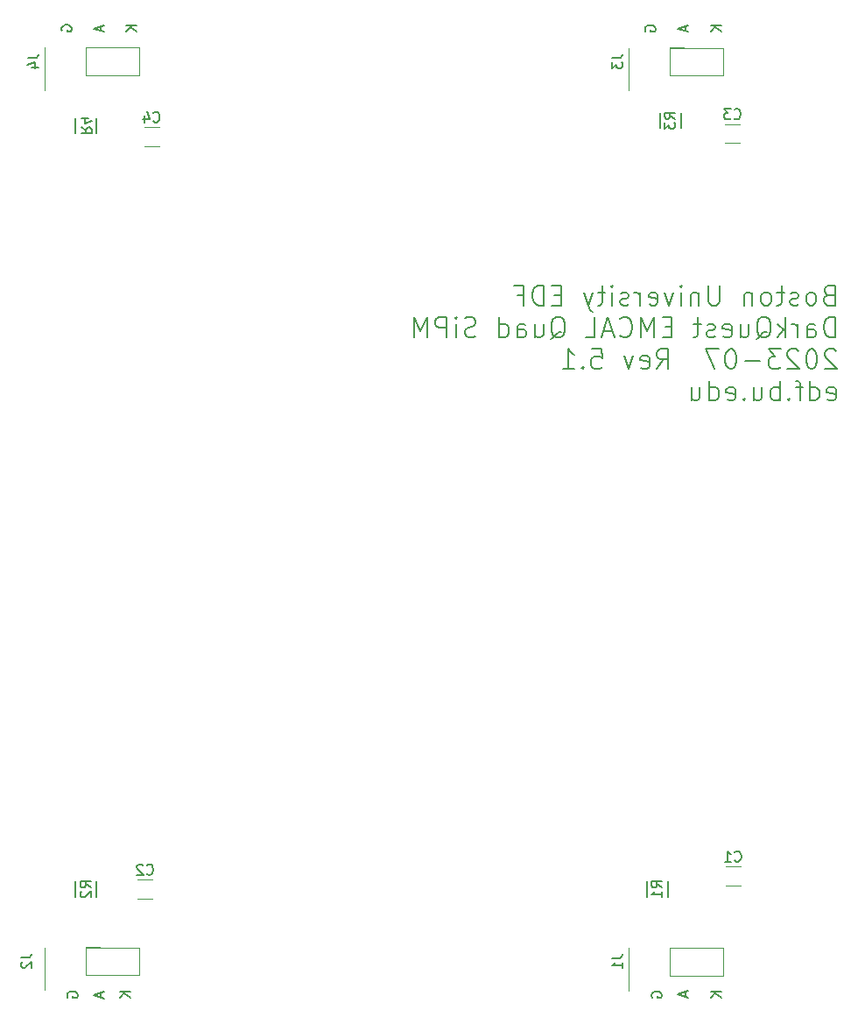
<source format=gbr>
%TF.GenerationSoftware,KiCad,Pcbnew,7.0.5-0*%
%TF.CreationDate,2023-07-05T09:30:56-04:00*%
%TF.ProjectId,quad_sipm,71756164-5f73-4697-906d-2e6b69636164,rev?*%
%TF.SameCoordinates,Original*%
%TF.FileFunction,Legend,Bot*%
%TF.FilePolarity,Positive*%
%FSLAX46Y46*%
G04 Gerber Fmt 4.6, Leading zero omitted, Abs format (unit mm)*
G04 Created by KiCad (PCBNEW 7.0.5-0) date 2023-07-05 09:30:56*
%MOMM*%
%LPD*%
G01*
G04 APERTURE LIST*
%ADD10C,0.150000*%
%ADD11C,0.203200*%
%ADD12C,0.120000*%
%ADD13C,0.152400*%
G04 APERTURE END LIST*
D10*
X124597438Y-53601904D02*
X124549819Y-53506666D01*
X124549819Y-53506666D02*
X124549819Y-53363809D01*
X124549819Y-53363809D02*
X124597438Y-53220952D01*
X124597438Y-53220952D02*
X124692676Y-53125714D01*
X124692676Y-53125714D02*
X124787914Y-53078095D01*
X124787914Y-53078095D02*
X124978390Y-53030476D01*
X124978390Y-53030476D02*
X125121247Y-53030476D01*
X125121247Y-53030476D02*
X125311723Y-53078095D01*
X125311723Y-53078095D02*
X125406961Y-53125714D01*
X125406961Y-53125714D02*
X125502200Y-53220952D01*
X125502200Y-53220952D02*
X125549819Y-53363809D01*
X125549819Y-53363809D02*
X125549819Y-53459047D01*
X125549819Y-53459047D02*
X125502200Y-53601904D01*
X125502200Y-53601904D02*
X125454580Y-53649523D01*
X125454580Y-53649523D02*
X125121247Y-53649523D01*
X125121247Y-53649523D02*
X125121247Y-53459047D01*
X131899819Y-53078095D02*
X130899819Y-53078095D01*
X131899819Y-53649523D02*
X131328390Y-53220952D01*
X130899819Y-53649523D02*
X131471247Y-53078095D01*
X128439104Y-53101905D02*
X128439104Y-53578095D01*
X128724819Y-53006667D02*
X127724819Y-53340000D01*
X127724819Y-53340000D02*
X128724819Y-53673333D01*
X68717438Y-146983220D02*
X68669819Y-146887982D01*
X68669819Y-146887982D02*
X68669819Y-146745125D01*
X68669819Y-146745125D02*
X68717438Y-146602268D01*
X68717438Y-146602268D02*
X68812676Y-146507030D01*
X68812676Y-146507030D02*
X68907914Y-146459411D01*
X68907914Y-146459411D02*
X69098390Y-146411792D01*
X69098390Y-146411792D02*
X69241247Y-146411792D01*
X69241247Y-146411792D02*
X69431723Y-146459411D01*
X69431723Y-146459411D02*
X69526961Y-146507030D01*
X69526961Y-146507030D02*
X69622200Y-146602268D01*
X69622200Y-146602268D02*
X69669819Y-146745125D01*
X69669819Y-146745125D02*
X69669819Y-146840363D01*
X69669819Y-146840363D02*
X69622200Y-146983220D01*
X69622200Y-146983220D02*
X69574580Y-147030839D01*
X69574580Y-147030839D02*
X69241247Y-147030839D01*
X69241247Y-147030839D02*
X69241247Y-146840363D01*
X71924104Y-146554649D02*
X71924104Y-147030839D01*
X72209819Y-146459411D02*
X71209819Y-146792744D01*
X71209819Y-146792744D02*
X72209819Y-147126077D01*
X75384819Y-53078095D02*
X74384819Y-53078095D01*
X75384819Y-53649523D02*
X74813390Y-53220952D01*
X74384819Y-53649523D02*
X74956247Y-53078095D01*
X71924104Y-53101905D02*
X71924104Y-53578095D01*
X72209819Y-53006667D02*
X71209819Y-53340000D01*
X71209819Y-53340000D02*
X72209819Y-53673333D01*
X74749819Y-146423095D02*
X73749819Y-146423095D01*
X74749819Y-146994523D02*
X74178390Y-146565952D01*
X73749819Y-146994523D02*
X74321247Y-146423095D01*
X128439104Y-146446905D02*
X128439104Y-146923095D01*
X128724819Y-146351667D02*
X127724819Y-146685000D01*
X127724819Y-146685000D02*
X128724819Y-147018333D01*
X125232438Y-146983220D02*
X125184819Y-146887982D01*
X125184819Y-146887982D02*
X125184819Y-146745125D01*
X125184819Y-146745125D02*
X125232438Y-146602268D01*
X125232438Y-146602268D02*
X125327676Y-146507030D01*
X125327676Y-146507030D02*
X125422914Y-146459411D01*
X125422914Y-146459411D02*
X125613390Y-146411792D01*
X125613390Y-146411792D02*
X125756247Y-146411792D01*
X125756247Y-146411792D02*
X125946723Y-146459411D01*
X125946723Y-146459411D02*
X126041961Y-146507030D01*
X126041961Y-146507030D02*
X126137200Y-146602268D01*
X126137200Y-146602268D02*
X126184819Y-146745125D01*
X126184819Y-146745125D02*
X126184819Y-146840363D01*
X126184819Y-146840363D02*
X126137200Y-146983220D01*
X126137200Y-146983220D02*
X126089580Y-147030839D01*
X126089580Y-147030839D02*
X125756247Y-147030839D01*
X125756247Y-147030839D02*
X125756247Y-146840363D01*
X131899819Y-146423095D02*
X130899819Y-146423095D01*
X131899819Y-146994523D02*
X131328390Y-146565952D01*
X130899819Y-146994523D02*
X131471247Y-146423095D01*
D11*
X142287744Y-79092290D02*
X142015601Y-79183004D01*
X142015601Y-79183004D02*
X141924887Y-79273718D01*
X141924887Y-79273718D02*
X141834173Y-79455147D01*
X141834173Y-79455147D02*
X141834173Y-79727290D01*
X141834173Y-79727290D02*
X141924887Y-79908718D01*
X141924887Y-79908718D02*
X142015601Y-79999433D01*
X142015601Y-79999433D02*
X142197030Y-80090147D01*
X142197030Y-80090147D02*
X142922744Y-80090147D01*
X142922744Y-80090147D02*
X142922744Y-78185147D01*
X142922744Y-78185147D02*
X142287744Y-78185147D01*
X142287744Y-78185147D02*
X142106316Y-78275861D01*
X142106316Y-78275861D02*
X142015601Y-78366575D01*
X142015601Y-78366575D02*
X141924887Y-78548004D01*
X141924887Y-78548004D02*
X141924887Y-78729433D01*
X141924887Y-78729433D02*
X142015601Y-78910861D01*
X142015601Y-78910861D02*
X142106316Y-79001575D01*
X142106316Y-79001575D02*
X142287744Y-79092290D01*
X142287744Y-79092290D02*
X142922744Y-79092290D01*
X140745601Y-80090147D02*
X140927030Y-79999433D01*
X140927030Y-79999433D02*
X141017744Y-79908718D01*
X141017744Y-79908718D02*
X141108458Y-79727290D01*
X141108458Y-79727290D02*
X141108458Y-79183004D01*
X141108458Y-79183004D02*
X141017744Y-79001575D01*
X141017744Y-79001575D02*
X140927030Y-78910861D01*
X140927030Y-78910861D02*
X140745601Y-78820147D01*
X140745601Y-78820147D02*
X140473458Y-78820147D01*
X140473458Y-78820147D02*
X140292030Y-78910861D01*
X140292030Y-78910861D02*
X140201316Y-79001575D01*
X140201316Y-79001575D02*
X140110601Y-79183004D01*
X140110601Y-79183004D02*
X140110601Y-79727290D01*
X140110601Y-79727290D02*
X140201316Y-79908718D01*
X140201316Y-79908718D02*
X140292030Y-79999433D01*
X140292030Y-79999433D02*
X140473458Y-80090147D01*
X140473458Y-80090147D02*
X140745601Y-80090147D01*
X139384887Y-79999433D02*
X139203459Y-80090147D01*
X139203459Y-80090147D02*
X138840602Y-80090147D01*
X138840602Y-80090147D02*
X138659173Y-79999433D01*
X138659173Y-79999433D02*
X138568459Y-79818004D01*
X138568459Y-79818004D02*
X138568459Y-79727290D01*
X138568459Y-79727290D02*
X138659173Y-79545861D01*
X138659173Y-79545861D02*
X138840602Y-79455147D01*
X138840602Y-79455147D02*
X139112745Y-79455147D01*
X139112745Y-79455147D02*
X139294173Y-79364433D01*
X139294173Y-79364433D02*
X139384887Y-79183004D01*
X139384887Y-79183004D02*
X139384887Y-79092290D01*
X139384887Y-79092290D02*
X139294173Y-78910861D01*
X139294173Y-78910861D02*
X139112745Y-78820147D01*
X139112745Y-78820147D02*
X138840602Y-78820147D01*
X138840602Y-78820147D02*
X138659173Y-78910861D01*
X138024173Y-78820147D02*
X137298459Y-78820147D01*
X137752030Y-78185147D02*
X137752030Y-79818004D01*
X137752030Y-79818004D02*
X137661316Y-79999433D01*
X137661316Y-79999433D02*
X137479887Y-80090147D01*
X137479887Y-80090147D02*
X137298459Y-80090147D01*
X136391316Y-80090147D02*
X136572745Y-79999433D01*
X136572745Y-79999433D02*
X136663459Y-79908718D01*
X136663459Y-79908718D02*
X136754173Y-79727290D01*
X136754173Y-79727290D02*
X136754173Y-79183004D01*
X136754173Y-79183004D02*
X136663459Y-79001575D01*
X136663459Y-79001575D02*
X136572745Y-78910861D01*
X136572745Y-78910861D02*
X136391316Y-78820147D01*
X136391316Y-78820147D02*
X136119173Y-78820147D01*
X136119173Y-78820147D02*
X135937745Y-78910861D01*
X135937745Y-78910861D02*
X135847031Y-79001575D01*
X135847031Y-79001575D02*
X135756316Y-79183004D01*
X135756316Y-79183004D02*
X135756316Y-79727290D01*
X135756316Y-79727290D02*
X135847031Y-79908718D01*
X135847031Y-79908718D02*
X135937745Y-79999433D01*
X135937745Y-79999433D02*
X136119173Y-80090147D01*
X136119173Y-80090147D02*
X136391316Y-80090147D01*
X134939888Y-78820147D02*
X134939888Y-80090147D01*
X134939888Y-79001575D02*
X134849174Y-78910861D01*
X134849174Y-78910861D02*
X134667745Y-78820147D01*
X134667745Y-78820147D02*
X134395602Y-78820147D01*
X134395602Y-78820147D02*
X134214174Y-78910861D01*
X134214174Y-78910861D02*
X134123460Y-79092290D01*
X134123460Y-79092290D02*
X134123460Y-80090147D01*
X131764888Y-78185147D02*
X131764888Y-79727290D01*
X131764888Y-79727290D02*
X131674174Y-79908718D01*
X131674174Y-79908718D02*
X131583460Y-79999433D01*
X131583460Y-79999433D02*
X131402031Y-80090147D01*
X131402031Y-80090147D02*
X131039174Y-80090147D01*
X131039174Y-80090147D02*
X130857745Y-79999433D01*
X130857745Y-79999433D02*
X130767031Y-79908718D01*
X130767031Y-79908718D02*
X130676317Y-79727290D01*
X130676317Y-79727290D02*
X130676317Y-78185147D01*
X129769174Y-78820147D02*
X129769174Y-80090147D01*
X129769174Y-79001575D02*
X129678460Y-78910861D01*
X129678460Y-78910861D02*
X129497031Y-78820147D01*
X129497031Y-78820147D02*
X129224888Y-78820147D01*
X129224888Y-78820147D02*
X129043460Y-78910861D01*
X129043460Y-78910861D02*
X128952746Y-79092290D01*
X128952746Y-79092290D02*
X128952746Y-80090147D01*
X128045603Y-80090147D02*
X128045603Y-78820147D01*
X128045603Y-78185147D02*
X128136317Y-78275861D01*
X128136317Y-78275861D02*
X128045603Y-78366575D01*
X128045603Y-78366575D02*
X127954889Y-78275861D01*
X127954889Y-78275861D02*
X128045603Y-78185147D01*
X128045603Y-78185147D02*
X128045603Y-78366575D01*
X127319889Y-78820147D02*
X126866317Y-80090147D01*
X126866317Y-80090147D02*
X126412746Y-78820147D01*
X124961317Y-79999433D02*
X125142745Y-80090147D01*
X125142745Y-80090147D02*
X125505603Y-80090147D01*
X125505603Y-80090147D02*
X125687031Y-79999433D01*
X125687031Y-79999433D02*
X125777745Y-79818004D01*
X125777745Y-79818004D02*
X125777745Y-79092290D01*
X125777745Y-79092290D02*
X125687031Y-78910861D01*
X125687031Y-78910861D02*
X125505603Y-78820147D01*
X125505603Y-78820147D02*
X125142745Y-78820147D01*
X125142745Y-78820147D02*
X124961317Y-78910861D01*
X124961317Y-78910861D02*
X124870603Y-79092290D01*
X124870603Y-79092290D02*
X124870603Y-79273718D01*
X124870603Y-79273718D02*
X125777745Y-79455147D01*
X124054174Y-80090147D02*
X124054174Y-78820147D01*
X124054174Y-79183004D02*
X123963460Y-79001575D01*
X123963460Y-79001575D02*
X123872746Y-78910861D01*
X123872746Y-78910861D02*
X123691317Y-78820147D01*
X123691317Y-78820147D02*
X123509888Y-78820147D01*
X122965602Y-79999433D02*
X122784174Y-80090147D01*
X122784174Y-80090147D02*
X122421317Y-80090147D01*
X122421317Y-80090147D02*
X122239888Y-79999433D01*
X122239888Y-79999433D02*
X122149174Y-79818004D01*
X122149174Y-79818004D02*
X122149174Y-79727290D01*
X122149174Y-79727290D02*
X122239888Y-79545861D01*
X122239888Y-79545861D02*
X122421317Y-79455147D01*
X122421317Y-79455147D02*
X122693460Y-79455147D01*
X122693460Y-79455147D02*
X122874888Y-79364433D01*
X122874888Y-79364433D02*
X122965602Y-79183004D01*
X122965602Y-79183004D02*
X122965602Y-79092290D01*
X122965602Y-79092290D02*
X122874888Y-78910861D01*
X122874888Y-78910861D02*
X122693460Y-78820147D01*
X122693460Y-78820147D02*
X122421317Y-78820147D01*
X122421317Y-78820147D02*
X122239888Y-78910861D01*
X121332745Y-80090147D02*
X121332745Y-78820147D01*
X121332745Y-78185147D02*
X121423459Y-78275861D01*
X121423459Y-78275861D02*
X121332745Y-78366575D01*
X121332745Y-78366575D02*
X121242031Y-78275861D01*
X121242031Y-78275861D02*
X121332745Y-78185147D01*
X121332745Y-78185147D02*
X121332745Y-78366575D01*
X120697745Y-78820147D02*
X119972031Y-78820147D01*
X120425602Y-78185147D02*
X120425602Y-79818004D01*
X120425602Y-79818004D02*
X120334888Y-79999433D01*
X120334888Y-79999433D02*
X120153459Y-80090147D01*
X120153459Y-80090147D02*
X119972031Y-80090147D01*
X119518460Y-78820147D02*
X119064888Y-80090147D01*
X118611317Y-78820147D02*
X119064888Y-80090147D01*
X119064888Y-80090147D02*
X119246317Y-80543718D01*
X119246317Y-80543718D02*
X119337031Y-80634433D01*
X119337031Y-80634433D02*
X119518460Y-80725147D01*
X116434173Y-79092290D02*
X115799173Y-79092290D01*
X115527030Y-80090147D02*
X116434173Y-80090147D01*
X116434173Y-80090147D02*
X116434173Y-78185147D01*
X116434173Y-78185147D02*
X115527030Y-78185147D01*
X114710602Y-80090147D02*
X114710602Y-78185147D01*
X114710602Y-78185147D02*
X114257031Y-78185147D01*
X114257031Y-78185147D02*
X113984888Y-78275861D01*
X113984888Y-78275861D02*
X113803459Y-78457290D01*
X113803459Y-78457290D02*
X113712745Y-78638718D01*
X113712745Y-78638718D02*
X113622031Y-79001575D01*
X113622031Y-79001575D02*
X113622031Y-79273718D01*
X113622031Y-79273718D02*
X113712745Y-79636575D01*
X113712745Y-79636575D02*
X113803459Y-79818004D01*
X113803459Y-79818004D02*
X113984888Y-79999433D01*
X113984888Y-79999433D02*
X114257031Y-80090147D01*
X114257031Y-80090147D02*
X114710602Y-80090147D01*
X112170602Y-79092290D02*
X112805602Y-79092290D01*
X112805602Y-80090147D02*
X112805602Y-78185147D01*
X112805602Y-78185147D02*
X111898459Y-78185147D01*
X142922744Y-83157197D02*
X142922744Y-81252197D01*
X142922744Y-81252197D02*
X142469173Y-81252197D01*
X142469173Y-81252197D02*
X142197030Y-81342911D01*
X142197030Y-81342911D02*
X142015601Y-81524340D01*
X142015601Y-81524340D02*
X141924887Y-81705768D01*
X141924887Y-81705768D02*
X141834173Y-82068625D01*
X141834173Y-82068625D02*
X141834173Y-82340768D01*
X141834173Y-82340768D02*
X141924887Y-82703625D01*
X141924887Y-82703625D02*
X142015601Y-82885054D01*
X142015601Y-82885054D02*
X142197030Y-83066483D01*
X142197030Y-83066483D02*
X142469173Y-83157197D01*
X142469173Y-83157197D02*
X142922744Y-83157197D01*
X140201316Y-83157197D02*
X140201316Y-82159340D01*
X140201316Y-82159340D02*
X140292030Y-81977911D01*
X140292030Y-81977911D02*
X140473458Y-81887197D01*
X140473458Y-81887197D02*
X140836316Y-81887197D01*
X140836316Y-81887197D02*
X141017744Y-81977911D01*
X140201316Y-83066483D02*
X140382744Y-83157197D01*
X140382744Y-83157197D02*
X140836316Y-83157197D01*
X140836316Y-83157197D02*
X141017744Y-83066483D01*
X141017744Y-83066483D02*
X141108458Y-82885054D01*
X141108458Y-82885054D02*
X141108458Y-82703625D01*
X141108458Y-82703625D02*
X141017744Y-82522197D01*
X141017744Y-82522197D02*
X140836316Y-82431483D01*
X140836316Y-82431483D02*
X140382744Y-82431483D01*
X140382744Y-82431483D02*
X140201316Y-82340768D01*
X139294173Y-83157197D02*
X139294173Y-81887197D01*
X139294173Y-82250054D02*
X139203459Y-82068625D01*
X139203459Y-82068625D02*
X139112745Y-81977911D01*
X139112745Y-81977911D02*
X138931316Y-81887197D01*
X138931316Y-81887197D02*
X138749887Y-81887197D01*
X138114887Y-83157197D02*
X138114887Y-81252197D01*
X137933459Y-82431483D02*
X137389173Y-83157197D01*
X137389173Y-81887197D02*
X138114887Y-82612911D01*
X135302744Y-83338625D02*
X135484173Y-83247911D01*
X135484173Y-83247911D02*
X135665601Y-83066483D01*
X135665601Y-83066483D02*
X135937744Y-82794340D01*
X135937744Y-82794340D02*
X136119173Y-82703625D01*
X136119173Y-82703625D02*
X136300601Y-82703625D01*
X136209887Y-83157197D02*
X136391316Y-83066483D01*
X136391316Y-83066483D02*
X136572744Y-82885054D01*
X136572744Y-82885054D02*
X136663458Y-82522197D01*
X136663458Y-82522197D02*
X136663458Y-81887197D01*
X136663458Y-81887197D02*
X136572744Y-81524340D01*
X136572744Y-81524340D02*
X136391316Y-81342911D01*
X136391316Y-81342911D02*
X136209887Y-81252197D01*
X136209887Y-81252197D02*
X135847030Y-81252197D01*
X135847030Y-81252197D02*
X135665601Y-81342911D01*
X135665601Y-81342911D02*
X135484173Y-81524340D01*
X135484173Y-81524340D02*
X135393458Y-81887197D01*
X135393458Y-81887197D02*
X135393458Y-82522197D01*
X135393458Y-82522197D02*
X135484173Y-82885054D01*
X135484173Y-82885054D02*
X135665601Y-83066483D01*
X135665601Y-83066483D02*
X135847030Y-83157197D01*
X135847030Y-83157197D02*
X136209887Y-83157197D01*
X133760602Y-81887197D02*
X133760602Y-83157197D01*
X134577030Y-81887197D02*
X134577030Y-82885054D01*
X134577030Y-82885054D02*
X134486316Y-83066483D01*
X134486316Y-83066483D02*
X134304887Y-83157197D01*
X134304887Y-83157197D02*
X134032744Y-83157197D01*
X134032744Y-83157197D02*
X133851316Y-83066483D01*
X133851316Y-83066483D02*
X133760602Y-82975768D01*
X132127745Y-83066483D02*
X132309173Y-83157197D01*
X132309173Y-83157197D02*
X132672031Y-83157197D01*
X132672031Y-83157197D02*
X132853459Y-83066483D01*
X132853459Y-83066483D02*
X132944173Y-82885054D01*
X132944173Y-82885054D02*
X132944173Y-82159340D01*
X132944173Y-82159340D02*
X132853459Y-81977911D01*
X132853459Y-81977911D02*
X132672031Y-81887197D01*
X132672031Y-81887197D02*
X132309173Y-81887197D01*
X132309173Y-81887197D02*
X132127745Y-81977911D01*
X132127745Y-81977911D02*
X132037031Y-82159340D01*
X132037031Y-82159340D02*
X132037031Y-82340768D01*
X132037031Y-82340768D02*
X132944173Y-82522197D01*
X131311316Y-83066483D02*
X131129888Y-83157197D01*
X131129888Y-83157197D02*
X130767031Y-83157197D01*
X130767031Y-83157197D02*
X130585602Y-83066483D01*
X130585602Y-83066483D02*
X130494888Y-82885054D01*
X130494888Y-82885054D02*
X130494888Y-82794340D01*
X130494888Y-82794340D02*
X130585602Y-82612911D01*
X130585602Y-82612911D02*
X130767031Y-82522197D01*
X130767031Y-82522197D02*
X131039174Y-82522197D01*
X131039174Y-82522197D02*
X131220602Y-82431483D01*
X131220602Y-82431483D02*
X131311316Y-82250054D01*
X131311316Y-82250054D02*
X131311316Y-82159340D01*
X131311316Y-82159340D02*
X131220602Y-81977911D01*
X131220602Y-81977911D02*
X131039174Y-81887197D01*
X131039174Y-81887197D02*
X130767031Y-81887197D01*
X130767031Y-81887197D02*
X130585602Y-81977911D01*
X129950602Y-81887197D02*
X129224888Y-81887197D01*
X129678459Y-81252197D02*
X129678459Y-82885054D01*
X129678459Y-82885054D02*
X129587745Y-83066483D01*
X129587745Y-83066483D02*
X129406316Y-83157197D01*
X129406316Y-83157197D02*
X129224888Y-83157197D01*
X127138459Y-82159340D02*
X126503459Y-82159340D01*
X126231316Y-83157197D02*
X127138459Y-83157197D01*
X127138459Y-83157197D02*
X127138459Y-81252197D01*
X127138459Y-81252197D02*
X126231316Y-81252197D01*
X125414888Y-83157197D02*
X125414888Y-81252197D01*
X125414888Y-81252197D02*
X124779888Y-82612911D01*
X124779888Y-82612911D02*
X124144888Y-81252197D01*
X124144888Y-81252197D02*
X124144888Y-83157197D01*
X122149174Y-82975768D02*
X122239888Y-83066483D01*
X122239888Y-83066483D02*
X122512031Y-83157197D01*
X122512031Y-83157197D02*
X122693459Y-83157197D01*
X122693459Y-83157197D02*
X122965602Y-83066483D01*
X122965602Y-83066483D02*
X123147031Y-82885054D01*
X123147031Y-82885054D02*
X123237745Y-82703625D01*
X123237745Y-82703625D02*
X123328459Y-82340768D01*
X123328459Y-82340768D02*
X123328459Y-82068625D01*
X123328459Y-82068625D02*
X123237745Y-81705768D01*
X123237745Y-81705768D02*
X123147031Y-81524340D01*
X123147031Y-81524340D02*
X122965602Y-81342911D01*
X122965602Y-81342911D02*
X122693459Y-81252197D01*
X122693459Y-81252197D02*
X122512031Y-81252197D01*
X122512031Y-81252197D02*
X122239888Y-81342911D01*
X122239888Y-81342911D02*
X122149174Y-81433625D01*
X121423459Y-82612911D02*
X120516317Y-82612911D01*
X121604888Y-83157197D02*
X120969888Y-81252197D01*
X120969888Y-81252197D02*
X120334888Y-83157197D01*
X118792745Y-83157197D02*
X119699888Y-83157197D01*
X119699888Y-83157197D02*
X119699888Y-81252197D01*
X115436316Y-83338625D02*
X115617745Y-83247911D01*
X115617745Y-83247911D02*
X115799173Y-83066483D01*
X115799173Y-83066483D02*
X116071316Y-82794340D01*
X116071316Y-82794340D02*
X116252745Y-82703625D01*
X116252745Y-82703625D02*
X116434173Y-82703625D01*
X116343459Y-83157197D02*
X116524888Y-83066483D01*
X116524888Y-83066483D02*
X116706316Y-82885054D01*
X116706316Y-82885054D02*
X116797030Y-82522197D01*
X116797030Y-82522197D02*
X116797030Y-81887197D01*
X116797030Y-81887197D02*
X116706316Y-81524340D01*
X116706316Y-81524340D02*
X116524888Y-81342911D01*
X116524888Y-81342911D02*
X116343459Y-81252197D01*
X116343459Y-81252197D02*
X115980602Y-81252197D01*
X115980602Y-81252197D02*
X115799173Y-81342911D01*
X115799173Y-81342911D02*
X115617745Y-81524340D01*
X115617745Y-81524340D02*
X115527030Y-81887197D01*
X115527030Y-81887197D02*
X115527030Y-82522197D01*
X115527030Y-82522197D02*
X115617745Y-82885054D01*
X115617745Y-82885054D02*
X115799173Y-83066483D01*
X115799173Y-83066483D02*
X115980602Y-83157197D01*
X115980602Y-83157197D02*
X116343459Y-83157197D01*
X113894174Y-81887197D02*
X113894174Y-83157197D01*
X114710602Y-81887197D02*
X114710602Y-82885054D01*
X114710602Y-82885054D02*
X114619888Y-83066483D01*
X114619888Y-83066483D02*
X114438459Y-83157197D01*
X114438459Y-83157197D02*
X114166316Y-83157197D01*
X114166316Y-83157197D02*
X113984888Y-83066483D01*
X113984888Y-83066483D02*
X113894174Y-82975768D01*
X112170603Y-83157197D02*
X112170603Y-82159340D01*
X112170603Y-82159340D02*
X112261317Y-81977911D01*
X112261317Y-81977911D02*
X112442745Y-81887197D01*
X112442745Y-81887197D02*
X112805603Y-81887197D01*
X112805603Y-81887197D02*
X112987031Y-81977911D01*
X112170603Y-83066483D02*
X112352031Y-83157197D01*
X112352031Y-83157197D02*
X112805603Y-83157197D01*
X112805603Y-83157197D02*
X112987031Y-83066483D01*
X112987031Y-83066483D02*
X113077745Y-82885054D01*
X113077745Y-82885054D02*
X113077745Y-82703625D01*
X113077745Y-82703625D02*
X112987031Y-82522197D01*
X112987031Y-82522197D02*
X112805603Y-82431483D01*
X112805603Y-82431483D02*
X112352031Y-82431483D01*
X112352031Y-82431483D02*
X112170603Y-82340768D01*
X110447032Y-83157197D02*
X110447032Y-81252197D01*
X110447032Y-83066483D02*
X110628460Y-83157197D01*
X110628460Y-83157197D02*
X110991317Y-83157197D01*
X110991317Y-83157197D02*
X111172746Y-83066483D01*
X111172746Y-83066483D02*
X111263460Y-82975768D01*
X111263460Y-82975768D02*
X111354174Y-82794340D01*
X111354174Y-82794340D02*
X111354174Y-82250054D01*
X111354174Y-82250054D02*
X111263460Y-82068625D01*
X111263460Y-82068625D02*
X111172746Y-81977911D01*
X111172746Y-81977911D02*
X110991317Y-81887197D01*
X110991317Y-81887197D02*
X110628460Y-81887197D01*
X110628460Y-81887197D02*
X110447032Y-81977911D01*
X108179174Y-83066483D02*
X107907032Y-83157197D01*
X107907032Y-83157197D02*
X107453460Y-83157197D01*
X107453460Y-83157197D02*
X107272032Y-83066483D01*
X107272032Y-83066483D02*
X107181317Y-82975768D01*
X107181317Y-82975768D02*
X107090603Y-82794340D01*
X107090603Y-82794340D02*
X107090603Y-82612911D01*
X107090603Y-82612911D02*
X107181317Y-82431483D01*
X107181317Y-82431483D02*
X107272032Y-82340768D01*
X107272032Y-82340768D02*
X107453460Y-82250054D01*
X107453460Y-82250054D02*
X107816317Y-82159340D01*
X107816317Y-82159340D02*
X107997746Y-82068625D01*
X107997746Y-82068625D02*
X108088460Y-81977911D01*
X108088460Y-81977911D02*
X108179174Y-81796483D01*
X108179174Y-81796483D02*
X108179174Y-81615054D01*
X108179174Y-81615054D02*
X108088460Y-81433625D01*
X108088460Y-81433625D02*
X107997746Y-81342911D01*
X107997746Y-81342911D02*
X107816317Y-81252197D01*
X107816317Y-81252197D02*
X107362746Y-81252197D01*
X107362746Y-81252197D02*
X107090603Y-81342911D01*
X106274174Y-83157197D02*
X106274174Y-81887197D01*
X106274174Y-81252197D02*
X106364888Y-81342911D01*
X106364888Y-81342911D02*
X106274174Y-81433625D01*
X106274174Y-81433625D02*
X106183460Y-81342911D01*
X106183460Y-81342911D02*
X106274174Y-81252197D01*
X106274174Y-81252197D02*
X106274174Y-81433625D01*
X105367031Y-83157197D02*
X105367031Y-81252197D01*
X105367031Y-81252197D02*
X104641317Y-81252197D01*
X104641317Y-81252197D02*
X104459888Y-81342911D01*
X104459888Y-81342911D02*
X104369174Y-81433625D01*
X104369174Y-81433625D02*
X104278460Y-81615054D01*
X104278460Y-81615054D02*
X104278460Y-81887197D01*
X104278460Y-81887197D02*
X104369174Y-82068625D01*
X104369174Y-82068625D02*
X104459888Y-82159340D01*
X104459888Y-82159340D02*
X104641317Y-82250054D01*
X104641317Y-82250054D02*
X105367031Y-82250054D01*
X103462031Y-83157197D02*
X103462031Y-81252197D01*
X103462031Y-81252197D02*
X102827031Y-82612911D01*
X102827031Y-82612911D02*
X102192031Y-81252197D01*
X102192031Y-81252197D02*
X102192031Y-83157197D01*
X143013458Y-84500675D02*
X142922744Y-84409961D01*
X142922744Y-84409961D02*
X142741316Y-84319247D01*
X142741316Y-84319247D02*
X142287744Y-84319247D01*
X142287744Y-84319247D02*
X142106316Y-84409961D01*
X142106316Y-84409961D02*
X142015601Y-84500675D01*
X142015601Y-84500675D02*
X141924887Y-84682104D01*
X141924887Y-84682104D02*
X141924887Y-84863533D01*
X141924887Y-84863533D02*
X142015601Y-85135675D01*
X142015601Y-85135675D02*
X143104173Y-86224247D01*
X143104173Y-86224247D02*
X141924887Y-86224247D01*
X140745601Y-84319247D02*
X140564172Y-84319247D01*
X140564172Y-84319247D02*
X140382744Y-84409961D01*
X140382744Y-84409961D02*
X140292030Y-84500675D01*
X140292030Y-84500675D02*
X140201315Y-84682104D01*
X140201315Y-84682104D02*
X140110601Y-85044961D01*
X140110601Y-85044961D02*
X140110601Y-85498533D01*
X140110601Y-85498533D02*
X140201315Y-85861390D01*
X140201315Y-85861390D02*
X140292030Y-86042818D01*
X140292030Y-86042818D02*
X140382744Y-86133533D01*
X140382744Y-86133533D02*
X140564172Y-86224247D01*
X140564172Y-86224247D02*
X140745601Y-86224247D01*
X140745601Y-86224247D02*
X140927030Y-86133533D01*
X140927030Y-86133533D02*
X141017744Y-86042818D01*
X141017744Y-86042818D02*
X141108458Y-85861390D01*
X141108458Y-85861390D02*
X141199172Y-85498533D01*
X141199172Y-85498533D02*
X141199172Y-85044961D01*
X141199172Y-85044961D02*
X141108458Y-84682104D01*
X141108458Y-84682104D02*
X141017744Y-84500675D01*
X141017744Y-84500675D02*
X140927030Y-84409961D01*
X140927030Y-84409961D02*
X140745601Y-84319247D01*
X139384886Y-84500675D02*
X139294172Y-84409961D01*
X139294172Y-84409961D02*
X139112744Y-84319247D01*
X139112744Y-84319247D02*
X138659172Y-84319247D01*
X138659172Y-84319247D02*
X138477744Y-84409961D01*
X138477744Y-84409961D02*
X138387029Y-84500675D01*
X138387029Y-84500675D02*
X138296315Y-84682104D01*
X138296315Y-84682104D02*
X138296315Y-84863533D01*
X138296315Y-84863533D02*
X138387029Y-85135675D01*
X138387029Y-85135675D02*
X139475601Y-86224247D01*
X139475601Y-86224247D02*
X138296315Y-86224247D01*
X137661315Y-84319247D02*
X136482029Y-84319247D01*
X136482029Y-84319247D02*
X137117029Y-85044961D01*
X137117029Y-85044961D02*
X136844886Y-85044961D01*
X136844886Y-85044961D02*
X136663458Y-85135675D01*
X136663458Y-85135675D02*
X136572743Y-85226390D01*
X136572743Y-85226390D02*
X136482029Y-85407818D01*
X136482029Y-85407818D02*
X136482029Y-85861390D01*
X136482029Y-85861390D02*
X136572743Y-86042818D01*
X136572743Y-86042818D02*
X136663458Y-86133533D01*
X136663458Y-86133533D02*
X136844886Y-86224247D01*
X136844886Y-86224247D02*
X137389172Y-86224247D01*
X137389172Y-86224247D02*
X137570600Y-86133533D01*
X137570600Y-86133533D02*
X137661315Y-86042818D01*
X135665600Y-85498533D02*
X134214172Y-85498533D01*
X132944172Y-84319247D02*
X132762743Y-84319247D01*
X132762743Y-84319247D02*
X132581315Y-84409961D01*
X132581315Y-84409961D02*
X132490601Y-84500675D01*
X132490601Y-84500675D02*
X132399886Y-84682104D01*
X132399886Y-84682104D02*
X132309172Y-85044961D01*
X132309172Y-85044961D02*
X132309172Y-85498533D01*
X132309172Y-85498533D02*
X132399886Y-85861390D01*
X132399886Y-85861390D02*
X132490601Y-86042818D01*
X132490601Y-86042818D02*
X132581315Y-86133533D01*
X132581315Y-86133533D02*
X132762743Y-86224247D01*
X132762743Y-86224247D02*
X132944172Y-86224247D01*
X132944172Y-86224247D02*
X133125601Y-86133533D01*
X133125601Y-86133533D02*
X133216315Y-86042818D01*
X133216315Y-86042818D02*
X133307029Y-85861390D01*
X133307029Y-85861390D02*
X133397743Y-85498533D01*
X133397743Y-85498533D02*
X133397743Y-85044961D01*
X133397743Y-85044961D02*
X133307029Y-84682104D01*
X133307029Y-84682104D02*
X133216315Y-84500675D01*
X133216315Y-84500675D02*
X133125601Y-84409961D01*
X133125601Y-84409961D02*
X132944172Y-84319247D01*
X131674172Y-84319247D02*
X130404172Y-84319247D01*
X130404172Y-84319247D02*
X131220600Y-86224247D01*
X125687028Y-86224247D02*
X126322028Y-85317104D01*
X126775599Y-86224247D02*
X126775599Y-84319247D01*
X126775599Y-84319247D02*
X126049885Y-84319247D01*
X126049885Y-84319247D02*
X125868456Y-84409961D01*
X125868456Y-84409961D02*
X125777742Y-84500675D01*
X125777742Y-84500675D02*
X125687028Y-84682104D01*
X125687028Y-84682104D02*
X125687028Y-84954247D01*
X125687028Y-84954247D02*
X125777742Y-85135675D01*
X125777742Y-85135675D02*
X125868456Y-85226390D01*
X125868456Y-85226390D02*
X126049885Y-85317104D01*
X126049885Y-85317104D02*
X126775599Y-85317104D01*
X124144885Y-86133533D02*
X124326313Y-86224247D01*
X124326313Y-86224247D02*
X124689171Y-86224247D01*
X124689171Y-86224247D02*
X124870599Y-86133533D01*
X124870599Y-86133533D02*
X124961313Y-85952104D01*
X124961313Y-85952104D02*
X124961313Y-85226390D01*
X124961313Y-85226390D02*
X124870599Y-85044961D01*
X124870599Y-85044961D02*
X124689171Y-84954247D01*
X124689171Y-84954247D02*
X124326313Y-84954247D01*
X124326313Y-84954247D02*
X124144885Y-85044961D01*
X124144885Y-85044961D02*
X124054171Y-85226390D01*
X124054171Y-85226390D02*
X124054171Y-85407818D01*
X124054171Y-85407818D02*
X124961313Y-85589247D01*
X123419171Y-84954247D02*
X122965599Y-86224247D01*
X122965599Y-86224247D02*
X122512028Y-84954247D01*
X119427741Y-84319247D02*
X120334884Y-84319247D01*
X120334884Y-84319247D02*
X120425598Y-85226390D01*
X120425598Y-85226390D02*
X120334884Y-85135675D01*
X120334884Y-85135675D02*
X120153456Y-85044961D01*
X120153456Y-85044961D02*
X119699884Y-85044961D01*
X119699884Y-85044961D02*
X119518456Y-85135675D01*
X119518456Y-85135675D02*
X119427741Y-85226390D01*
X119427741Y-85226390D02*
X119337027Y-85407818D01*
X119337027Y-85407818D02*
X119337027Y-85861390D01*
X119337027Y-85861390D02*
X119427741Y-86042818D01*
X119427741Y-86042818D02*
X119518456Y-86133533D01*
X119518456Y-86133533D02*
X119699884Y-86224247D01*
X119699884Y-86224247D02*
X120153456Y-86224247D01*
X120153456Y-86224247D02*
X120334884Y-86133533D01*
X120334884Y-86133533D02*
X120425598Y-86042818D01*
X118520598Y-86042818D02*
X118429884Y-86133533D01*
X118429884Y-86133533D02*
X118520598Y-86224247D01*
X118520598Y-86224247D02*
X118611312Y-86133533D01*
X118611312Y-86133533D02*
X118520598Y-86042818D01*
X118520598Y-86042818D02*
X118520598Y-86224247D01*
X116615598Y-86224247D02*
X117704169Y-86224247D01*
X117159884Y-86224247D02*
X117159884Y-84319247D01*
X117159884Y-84319247D02*
X117341312Y-84591390D01*
X117341312Y-84591390D02*
X117522741Y-84772818D01*
X117522741Y-84772818D02*
X117704169Y-84863533D01*
X142197030Y-89200583D02*
X142378458Y-89291297D01*
X142378458Y-89291297D02*
X142741316Y-89291297D01*
X142741316Y-89291297D02*
X142922744Y-89200583D01*
X142922744Y-89200583D02*
X143013458Y-89019154D01*
X143013458Y-89019154D02*
X143013458Y-88293440D01*
X143013458Y-88293440D02*
X142922744Y-88112011D01*
X142922744Y-88112011D02*
X142741316Y-88021297D01*
X142741316Y-88021297D02*
X142378458Y-88021297D01*
X142378458Y-88021297D02*
X142197030Y-88112011D01*
X142197030Y-88112011D02*
X142106316Y-88293440D01*
X142106316Y-88293440D02*
X142106316Y-88474868D01*
X142106316Y-88474868D02*
X143013458Y-88656297D01*
X140473459Y-89291297D02*
X140473459Y-87386297D01*
X140473459Y-89200583D02*
X140654887Y-89291297D01*
X140654887Y-89291297D02*
X141017744Y-89291297D01*
X141017744Y-89291297D02*
X141199173Y-89200583D01*
X141199173Y-89200583D02*
X141289887Y-89109868D01*
X141289887Y-89109868D02*
X141380601Y-88928440D01*
X141380601Y-88928440D02*
X141380601Y-88384154D01*
X141380601Y-88384154D02*
X141289887Y-88202725D01*
X141289887Y-88202725D02*
X141199173Y-88112011D01*
X141199173Y-88112011D02*
X141017744Y-88021297D01*
X141017744Y-88021297D02*
X140654887Y-88021297D01*
X140654887Y-88021297D02*
X140473459Y-88112011D01*
X139838459Y-88021297D02*
X139112745Y-88021297D01*
X139566316Y-89291297D02*
X139566316Y-87658440D01*
X139566316Y-87658440D02*
X139475602Y-87477011D01*
X139475602Y-87477011D02*
X139294173Y-87386297D01*
X139294173Y-87386297D02*
X139112745Y-87386297D01*
X138477745Y-89109868D02*
X138387031Y-89200583D01*
X138387031Y-89200583D02*
X138477745Y-89291297D01*
X138477745Y-89291297D02*
X138568459Y-89200583D01*
X138568459Y-89200583D02*
X138477745Y-89109868D01*
X138477745Y-89109868D02*
X138477745Y-89291297D01*
X137570602Y-89291297D02*
X137570602Y-87386297D01*
X137570602Y-88112011D02*
X137389174Y-88021297D01*
X137389174Y-88021297D02*
X137026316Y-88021297D01*
X137026316Y-88021297D02*
X136844888Y-88112011D01*
X136844888Y-88112011D02*
X136754174Y-88202725D01*
X136754174Y-88202725D02*
X136663459Y-88384154D01*
X136663459Y-88384154D02*
X136663459Y-88928440D01*
X136663459Y-88928440D02*
X136754174Y-89109868D01*
X136754174Y-89109868D02*
X136844888Y-89200583D01*
X136844888Y-89200583D02*
X137026316Y-89291297D01*
X137026316Y-89291297D02*
X137389174Y-89291297D01*
X137389174Y-89291297D02*
X137570602Y-89200583D01*
X135030603Y-88021297D02*
X135030603Y-89291297D01*
X135847031Y-88021297D02*
X135847031Y-89019154D01*
X135847031Y-89019154D02*
X135756317Y-89200583D01*
X135756317Y-89200583D02*
X135574888Y-89291297D01*
X135574888Y-89291297D02*
X135302745Y-89291297D01*
X135302745Y-89291297D02*
X135121317Y-89200583D01*
X135121317Y-89200583D02*
X135030603Y-89109868D01*
X134123460Y-89109868D02*
X134032746Y-89200583D01*
X134032746Y-89200583D02*
X134123460Y-89291297D01*
X134123460Y-89291297D02*
X134214174Y-89200583D01*
X134214174Y-89200583D02*
X134123460Y-89109868D01*
X134123460Y-89109868D02*
X134123460Y-89291297D01*
X132490603Y-89200583D02*
X132672031Y-89291297D01*
X132672031Y-89291297D02*
X133034889Y-89291297D01*
X133034889Y-89291297D02*
X133216317Y-89200583D01*
X133216317Y-89200583D02*
X133307031Y-89019154D01*
X133307031Y-89019154D02*
X133307031Y-88293440D01*
X133307031Y-88293440D02*
X133216317Y-88112011D01*
X133216317Y-88112011D02*
X133034889Y-88021297D01*
X133034889Y-88021297D02*
X132672031Y-88021297D01*
X132672031Y-88021297D02*
X132490603Y-88112011D01*
X132490603Y-88112011D02*
X132399889Y-88293440D01*
X132399889Y-88293440D02*
X132399889Y-88474868D01*
X132399889Y-88474868D02*
X133307031Y-88656297D01*
X130767032Y-89291297D02*
X130767032Y-87386297D01*
X130767032Y-89200583D02*
X130948460Y-89291297D01*
X130948460Y-89291297D02*
X131311317Y-89291297D01*
X131311317Y-89291297D02*
X131492746Y-89200583D01*
X131492746Y-89200583D02*
X131583460Y-89109868D01*
X131583460Y-89109868D02*
X131674174Y-88928440D01*
X131674174Y-88928440D02*
X131674174Y-88384154D01*
X131674174Y-88384154D02*
X131583460Y-88202725D01*
X131583460Y-88202725D02*
X131492746Y-88112011D01*
X131492746Y-88112011D02*
X131311317Y-88021297D01*
X131311317Y-88021297D02*
X130948460Y-88021297D01*
X130948460Y-88021297D02*
X130767032Y-88112011D01*
X129043461Y-88021297D02*
X129043461Y-89291297D01*
X129859889Y-88021297D02*
X129859889Y-89019154D01*
X129859889Y-89019154D02*
X129769175Y-89200583D01*
X129769175Y-89200583D02*
X129587746Y-89291297D01*
X129587746Y-89291297D02*
X129315603Y-89291297D01*
X129315603Y-89291297D02*
X129134175Y-89200583D01*
X129134175Y-89200583D02*
X129043461Y-89109868D01*
D10*
X68162438Y-53565588D02*
X68114819Y-53470350D01*
X68114819Y-53470350D02*
X68114819Y-53327493D01*
X68114819Y-53327493D02*
X68162438Y-53184636D01*
X68162438Y-53184636D02*
X68257676Y-53089398D01*
X68257676Y-53089398D02*
X68352914Y-53041779D01*
X68352914Y-53041779D02*
X68543390Y-52994160D01*
X68543390Y-52994160D02*
X68686247Y-52994160D01*
X68686247Y-52994160D02*
X68876723Y-53041779D01*
X68876723Y-53041779D02*
X68971961Y-53089398D01*
X68971961Y-53089398D02*
X69067200Y-53184636D01*
X69067200Y-53184636D02*
X69114819Y-53327493D01*
X69114819Y-53327493D02*
X69114819Y-53422731D01*
X69114819Y-53422731D02*
X69067200Y-53565588D01*
X69067200Y-53565588D02*
X69019580Y-53613207D01*
X69019580Y-53613207D02*
X68686247Y-53613207D01*
X68686247Y-53613207D02*
X68686247Y-53422731D01*
%TO.C,J1*%
X121374819Y-143176666D02*
X122089104Y-143176666D01*
X122089104Y-143176666D02*
X122231961Y-143129047D01*
X122231961Y-143129047D02*
X122327200Y-143033809D01*
X122327200Y-143033809D02*
X122374819Y-142890952D01*
X122374819Y-142890952D02*
X122374819Y-142795714D01*
X122374819Y-144176666D02*
X122374819Y-143605238D01*
X122374819Y-143890952D02*
X121374819Y-143890952D01*
X121374819Y-143890952D02*
X121517676Y-143795714D01*
X121517676Y-143795714D02*
X121612914Y-143700476D01*
X121612914Y-143700476D02*
X121660533Y-143605238D01*
%TO.C,C4*%
X77001666Y-62302080D02*
X77049285Y-62349700D01*
X77049285Y-62349700D02*
X77192142Y-62397319D01*
X77192142Y-62397319D02*
X77287380Y-62397319D01*
X77287380Y-62397319D02*
X77430237Y-62349700D01*
X77430237Y-62349700D02*
X77525475Y-62254461D01*
X77525475Y-62254461D02*
X77573094Y-62159223D01*
X77573094Y-62159223D02*
X77620713Y-61968747D01*
X77620713Y-61968747D02*
X77620713Y-61825890D01*
X77620713Y-61825890D02*
X77573094Y-61635414D01*
X77573094Y-61635414D02*
X77525475Y-61540176D01*
X77525475Y-61540176D02*
X77430237Y-61444938D01*
X77430237Y-61444938D02*
X77287380Y-61397319D01*
X77287380Y-61397319D02*
X77192142Y-61397319D01*
X77192142Y-61397319D02*
X77049285Y-61444938D01*
X77049285Y-61444938D02*
X77001666Y-61492557D01*
X76144523Y-61730652D02*
X76144523Y-62397319D01*
X76382618Y-61349700D02*
X76620713Y-62063985D01*
X76620713Y-62063985D02*
X76001666Y-62063985D01*
%TO.C,J3*%
X121374819Y-56181666D02*
X122089104Y-56181666D01*
X122089104Y-56181666D02*
X122231961Y-56134047D01*
X122231961Y-56134047D02*
X122327200Y-56038809D01*
X122327200Y-56038809D02*
X122374819Y-55895952D01*
X122374819Y-55895952D02*
X122374819Y-55800714D01*
X121374819Y-56562619D02*
X121374819Y-57181666D01*
X121374819Y-57181666D02*
X121755771Y-56848333D01*
X121755771Y-56848333D02*
X121755771Y-56991190D01*
X121755771Y-56991190D02*
X121803390Y-57086428D01*
X121803390Y-57086428D02*
X121851009Y-57134047D01*
X121851009Y-57134047D02*
X121946247Y-57181666D01*
X121946247Y-57181666D02*
X122184342Y-57181666D01*
X122184342Y-57181666D02*
X122279580Y-57134047D01*
X122279580Y-57134047D02*
X122327200Y-57086428D01*
X122327200Y-57086428D02*
X122374819Y-56991190D01*
X122374819Y-56991190D02*
X122374819Y-56705476D01*
X122374819Y-56705476D02*
X122327200Y-56610238D01*
X122327200Y-56610238D02*
X122279580Y-56562619D01*
%TO.C,J4*%
X64859819Y-56181666D02*
X65574104Y-56181666D01*
X65574104Y-56181666D02*
X65716961Y-56134047D01*
X65716961Y-56134047D02*
X65812200Y-56038809D01*
X65812200Y-56038809D02*
X65859819Y-55895952D01*
X65859819Y-55895952D02*
X65859819Y-55800714D01*
X65193152Y-57086428D02*
X65859819Y-57086428D01*
X64812200Y-56848333D02*
X65526485Y-56610238D01*
X65526485Y-56610238D02*
X65526485Y-57229285D01*
%TO.C,C3*%
X133174166Y-62009580D02*
X133221785Y-62057200D01*
X133221785Y-62057200D02*
X133364642Y-62104819D01*
X133364642Y-62104819D02*
X133459880Y-62104819D01*
X133459880Y-62104819D02*
X133602737Y-62057200D01*
X133602737Y-62057200D02*
X133697975Y-61961961D01*
X133697975Y-61961961D02*
X133745594Y-61866723D01*
X133745594Y-61866723D02*
X133793213Y-61676247D01*
X133793213Y-61676247D02*
X133793213Y-61533390D01*
X133793213Y-61533390D02*
X133745594Y-61342914D01*
X133745594Y-61342914D02*
X133697975Y-61247676D01*
X133697975Y-61247676D02*
X133602737Y-61152438D01*
X133602737Y-61152438D02*
X133459880Y-61104819D01*
X133459880Y-61104819D02*
X133364642Y-61104819D01*
X133364642Y-61104819D02*
X133221785Y-61152438D01*
X133221785Y-61152438D02*
X133174166Y-61200057D01*
X132840832Y-61104819D02*
X132221785Y-61104819D01*
X132221785Y-61104819D02*
X132555118Y-61485771D01*
X132555118Y-61485771D02*
X132412261Y-61485771D01*
X132412261Y-61485771D02*
X132317023Y-61533390D01*
X132317023Y-61533390D02*
X132269404Y-61581009D01*
X132269404Y-61581009D02*
X132221785Y-61676247D01*
X132221785Y-61676247D02*
X132221785Y-61914342D01*
X132221785Y-61914342D02*
X132269404Y-62009580D01*
X132269404Y-62009580D02*
X132317023Y-62057200D01*
X132317023Y-62057200D02*
X132412261Y-62104819D01*
X132412261Y-62104819D02*
X132697975Y-62104819D01*
X132697975Y-62104819D02*
X132793213Y-62057200D01*
X132793213Y-62057200D02*
X132840832Y-62009580D01*
%TO.C,J2*%
X64224819Y-143131666D02*
X64939104Y-143131666D01*
X64939104Y-143131666D02*
X65081961Y-143084047D01*
X65081961Y-143084047D02*
X65177200Y-142988809D01*
X65177200Y-142988809D02*
X65224819Y-142845952D01*
X65224819Y-142845952D02*
X65224819Y-142750714D01*
X64320057Y-143560238D02*
X64272438Y-143607857D01*
X64272438Y-143607857D02*
X64224819Y-143703095D01*
X64224819Y-143703095D02*
X64224819Y-143941190D01*
X64224819Y-143941190D02*
X64272438Y-144036428D01*
X64272438Y-144036428D02*
X64320057Y-144084047D01*
X64320057Y-144084047D02*
X64415295Y-144131666D01*
X64415295Y-144131666D02*
X64510533Y-144131666D01*
X64510533Y-144131666D02*
X64653390Y-144084047D01*
X64653390Y-144084047D02*
X65224819Y-143512619D01*
X65224819Y-143512619D02*
X65224819Y-144131666D01*
%TO.C,C1*%
X133224166Y-133764580D02*
X133271785Y-133812200D01*
X133271785Y-133812200D02*
X133414642Y-133859819D01*
X133414642Y-133859819D02*
X133509880Y-133859819D01*
X133509880Y-133859819D02*
X133652737Y-133812200D01*
X133652737Y-133812200D02*
X133747975Y-133716961D01*
X133747975Y-133716961D02*
X133795594Y-133621723D01*
X133795594Y-133621723D02*
X133843213Y-133431247D01*
X133843213Y-133431247D02*
X133843213Y-133288390D01*
X133843213Y-133288390D02*
X133795594Y-133097914D01*
X133795594Y-133097914D02*
X133747975Y-133002676D01*
X133747975Y-133002676D02*
X133652737Y-132907438D01*
X133652737Y-132907438D02*
X133509880Y-132859819D01*
X133509880Y-132859819D02*
X133414642Y-132859819D01*
X133414642Y-132859819D02*
X133271785Y-132907438D01*
X133271785Y-132907438D02*
X133224166Y-132955057D01*
X132271785Y-133859819D02*
X132843213Y-133859819D01*
X132557499Y-133859819D02*
X132557499Y-132859819D01*
X132557499Y-132859819D02*
X132652737Y-133002676D01*
X132652737Y-133002676D02*
X132747975Y-133097914D01*
X132747975Y-133097914D02*
X132843213Y-133145533D01*
%TO.C,C2*%
X76366666Y-135034580D02*
X76414285Y-135082200D01*
X76414285Y-135082200D02*
X76557142Y-135129819D01*
X76557142Y-135129819D02*
X76652380Y-135129819D01*
X76652380Y-135129819D02*
X76795237Y-135082200D01*
X76795237Y-135082200D02*
X76890475Y-134986961D01*
X76890475Y-134986961D02*
X76938094Y-134891723D01*
X76938094Y-134891723D02*
X76985713Y-134701247D01*
X76985713Y-134701247D02*
X76985713Y-134558390D01*
X76985713Y-134558390D02*
X76938094Y-134367914D01*
X76938094Y-134367914D02*
X76890475Y-134272676D01*
X76890475Y-134272676D02*
X76795237Y-134177438D01*
X76795237Y-134177438D02*
X76652380Y-134129819D01*
X76652380Y-134129819D02*
X76557142Y-134129819D01*
X76557142Y-134129819D02*
X76414285Y-134177438D01*
X76414285Y-134177438D02*
X76366666Y-134225057D01*
X75985713Y-134225057D02*
X75938094Y-134177438D01*
X75938094Y-134177438D02*
X75842856Y-134129819D01*
X75842856Y-134129819D02*
X75604761Y-134129819D01*
X75604761Y-134129819D02*
X75509523Y-134177438D01*
X75509523Y-134177438D02*
X75461904Y-134225057D01*
X75461904Y-134225057D02*
X75414285Y-134320295D01*
X75414285Y-134320295D02*
X75414285Y-134415533D01*
X75414285Y-134415533D02*
X75461904Y-134558390D01*
X75461904Y-134558390D02*
X76033332Y-135129819D01*
X76033332Y-135129819D02*
X75414285Y-135129819D01*
%TO.C,R3*%
X127454819Y-62063333D02*
X126978628Y-61730000D01*
X127454819Y-61491905D02*
X126454819Y-61491905D01*
X126454819Y-61491905D02*
X126454819Y-61872857D01*
X126454819Y-61872857D02*
X126502438Y-61968095D01*
X126502438Y-61968095D02*
X126550057Y-62015714D01*
X126550057Y-62015714D02*
X126645295Y-62063333D01*
X126645295Y-62063333D02*
X126788152Y-62063333D01*
X126788152Y-62063333D02*
X126883390Y-62015714D01*
X126883390Y-62015714D02*
X126931009Y-61968095D01*
X126931009Y-61968095D02*
X126978628Y-61872857D01*
X126978628Y-61872857D02*
X126978628Y-61491905D01*
X126454819Y-62396667D02*
X126454819Y-63015714D01*
X126454819Y-63015714D02*
X126835771Y-62682381D01*
X126835771Y-62682381D02*
X126835771Y-62825238D01*
X126835771Y-62825238D02*
X126883390Y-62920476D01*
X126883390Y-62920476D02*
X126931009Y-62968095D01*
X126931009Y-62968095D02*
X127026247Y-63015714D01*
X127026247Y-63015714D02*
X127264342Y-63015714D01*
X127264342Y-63015714D02*
X127359580Y-62968095D01*
X127359580Y-62968095D02*
X127407200Y-62920476D01*
X127407200Y-62920476D02*
X127454819Y-62825238D01*
X127454819Y-62825238D02*
X127454819Y-62539524D01*
X127454819Y-62539524D02*
X127407200Y-62444286D01*
X127407200Y-62444286D02*
X127359580Y-62396667D01*
%TO.C,R4*%
X70030180Y-62900866D02*
X70506371Y-63234199D01*
X70030180Y-63472294D02*
X71030180Y-63472294D01*
X71030180Y-63472294D02*
X71030180Y-63091342D01*
X71030180Y-63091342D02*
X70982561Y-62996104D01*
X70982561Y-62996104D02*
X70934942Y-62948485D01*
X70934942Y-62948485D02*
X70839704Y-62900866D01*
X70839704Y-62900866D02*
X70696847Y-62900866D01*
X70696847Y-62900866D02*
X70601609Y-62948485D01*
X70601609Y-62948485D02*
X70553990Y-62996104D01*
X70553990Y-62996104D02*
X70506371Y-63091342D01*
X70506371Y-63091342D02*
X70506371Y-63472294D01*
X70696847Y-62043723D02*
X70030180Y-62043723D01*
X71077800Y-62281818D02*
X70363514Y-62519913D01*
X70363514Y-62519913D02*
X70363514Y-61900866D01*
%TO.C,R2*%
X70939819Y-136358333D02*
X70463628Y-136025000D01*
X70939819Y-135786905D02*
X69939819Y-135786905D01*
X69939819Y-135786905D02*
X69939819Y-136167857D01*
X69939819Y-136167857D02*
X69987438Y-136263095D01*
X69987438Y-136263095D02*
X70035057Y-136310714D01*
X70035057Y-136310714D02*
X70130295Y-136358333D01*
X70130295Y-136358333D02*
X70273152Y-136358333D01*
X70273152Y-136358333D02*
X70368390Y-136310714D01*
X70368390Y-136310714D02*
X70416009Y-136263095D01*
X70416009Y-136263095D02*
X70463628Y-136167857D01*
X70463628Y-136167857D02*
X70463628Y-135786905D01*
X70035057Y-136739286D02*
X69987438Y-136786905D01*
X69987438Y-136786905D02*
X69939819Y-136882143D01*
X69939819Y-136882143D02*
X69939819Y-137120238D01*
X69939819Y-137120238D02*
X69987438Y-137215476D01*
X69987438Y-137215476D02*
X70035057Y-137263095D01*
X70035057Y-137263095D02*
X70130295Y-137310714D01*
X70130295Y-137310714D02*
X70225533Y-137310714D01*
X70225533Y-137310714D02*
X70368390Y-137263095D01*
X70368390Y-137263095D02*
X70939819Y-136691667D01*
X70939819Y-136691667D02*
X70939819Y-137310714D01*
%TO.C,R1*%
X126184819Y-136358333D02*
X125708628Y-136025000D01*
X126184819Y-135786905D02*
X125184819Y-135786905D01*
X125184819Y-135786905D02*
X125184819Y-136167857D01*
X125184819Y-136167857D02*
X125232438Y-136263095D01*
X125232438Y-136263095D02*
X125280057Y-136310714D01*
X125280057Y-136310714D02*
X125375295Y-136358333D01*
X125375295Y-136358333D02*
X125518152Y-136358333D01*
X125518152Y-136358333D02*
X125613390Y-136310714D01*
X125613390Y-136310714D02*
X125661009Y-136263095D01*
X125661009Y-136263095D02*
X125708628Y-136167857D01*
X125708628Y-136167857D02*
X125708628Y-135786905D01*
X126184819Y-137310714D02*
X126184819Y-136739286D01*
X126184819Y-137025000D02*
X125184819Y-137025000D01*
X125184819Y-137025000D02*
X125327676Y-136929762D01*
X125327676Y-136929762D02*
X125422914Y-136834524D01*
X125422914Y-136834524D02*
X125470533Y-136739286D01*
D12*
%TO.C,J1*%
X128270000Y-142180000D02*
X126940000Y-142180000D01*
X132095000Y-142225000D02*
X132095000Y-144885000D01*
X126955000Y-142225000D02*
X132095000Y-142225000D01*
X126955000Y-142225000D02*
X126955000Y-144885000D01*
X122945000Y-142235000D02*
X122970000Y-146310000D01*
X126955000Y-144885000D02*
X132095000Y-144885000D01*
%TO.C,C4*%
X77546252Y-64702500D02*
X76123748Y-64702500D01*
X77546252Y-62882500D02*
X76123748Y-62882500D01*
%TO.C,J3*%
X128270000Y-55185000D02*
X126940000Y-55185000D01*
X132095000Y-55230000D02*
X132095000Y-57890000D01*
X126955000Y-55230000D02*
X132095000Y-55230000D01*
X126955000Y-55230000D02*
X126955000Y-57890000D01*
X122945000Y-55240000D02*
X122970000Y-59315000D01*
X126955000Y-57890000D02*
X132095000Y-57890000D01*
%TO.C,J4*%
X71800000Y-55140000D02*
X70470000Y-55140000D01*
X75625000Y-55185000D02*
X75625000Y-57845000D01*
X70485000Y-55185000D02*
X75625000Y-55185000D01*
X70485000Y-55185000D02*
X70485000Y-57845000D01*
X66475000Y-55195000D02*
X66500000Y-59270000D01*
X70485000Y-57845000D02*
X75625000Y-57845000D01*
%TO.C,C3*%
X133718752Y-64410000D02*
X132296248Y-64410000D01*
X133718752Y-62590000D02*
X132296248Y-62590000D01*
%TO.C,J2*%
X71800000Y-142135000D02*
X70470000Y-142135000D01*
X75625000Y-142180000D02*
X75625000Y-144840000D01*
X70485000Y-142180000D02*
X75625000Y-142180000D01*
X70485000Y-142180000D02*
X70485000Y-144840000D01*
X66475000Y-142190000D02*
X66500000Y-146265000D01*
X70485000Y-144840000D02*
X75625000Y-144840000D01*
%TO.C,C1*%
X133768752Y-136165000D02*
X132346248Y-136165000D01*
X133768752Y-134345000D02*
X132346248Y-134345000D01*
%TO.C,C2*%
X76911252Y-137435000D02*
X75488748Y-137435000D01*
X76911252Y-135615000D02*
X75488748Y-135615000D01*
D13*
%TO.C,R3*%
X128002000Y-61475787D02*
X128002000Y-62984213D01*
X125998000Y-62984213D02*
X125998000Y-61475787D01*
%TO.C,R4*%
X69483000Y-63488413D02*
X69483000Y-61979987D01*
X71487000Y-61979987D02*
X71487000Y-63488413D01*
%TO.C,R2*%
X71487000Y-135770787D02*
X71487000Y-137279213D01*
X69483000Y-137279213D02*
X69483000Y-135770787D01*
%TO.C,R1*%
X126732000Y-135770787D02*
X126732000Y-137279213D01*
X124728000Y-137279213D02*
X124728000Y-135770787D01*
%TD*%
M02*

</source>
